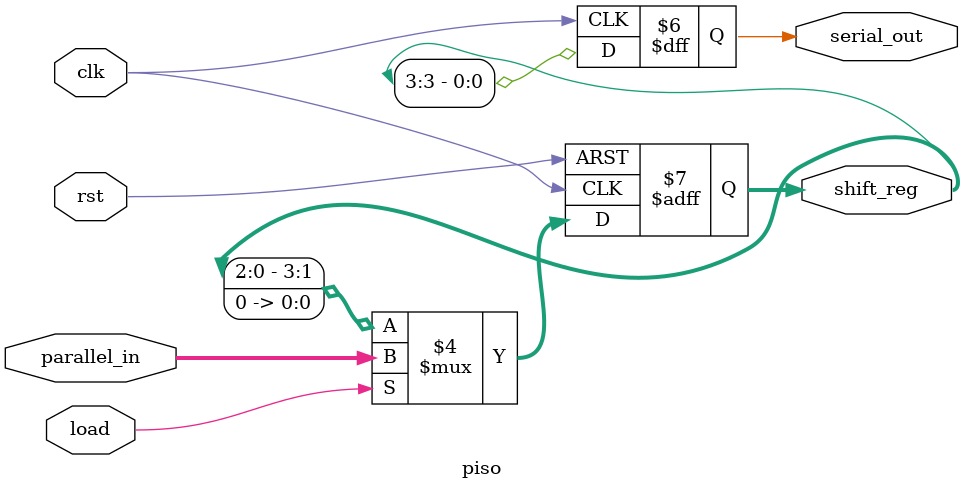
<source format=v>


module piso (
    input clk,
    input rst,
    input load,
    input [3:0] parallel_in,
    output reg serial_out,
    output reg [3:0] shift_reg   // <-- Expose shift_reg
);

    always @(posedge clk or posedge rst) begin
        if (rst)
            shift_reg <= 4'b0000;
        else if (load)
            shift_reg <= parallel_in;
        else
            shift_reg <= {shift_reg[2:0], 1'b0};  // Shift left
    end

    always @(posedge clk) begin
        serial_out <= shift_reg[3];
    end
endmodule

</source>
